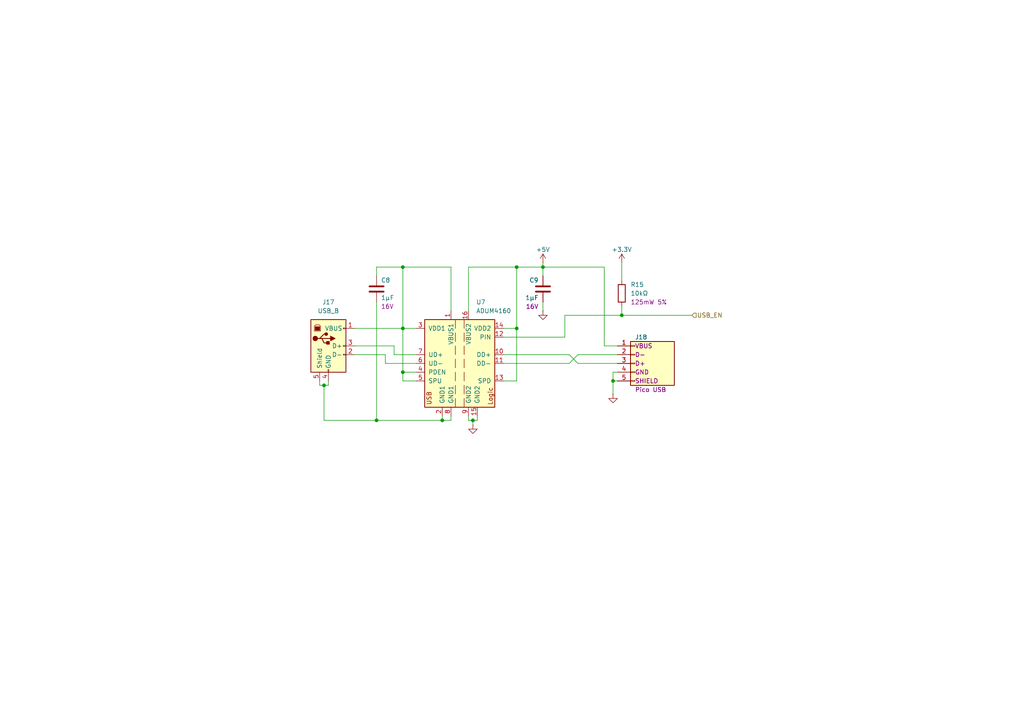
<source format=kicad_sch>
(kicad_sch (version 20231120) (generator "eeschema") (generator_version "8.0")
  (paper "A4")
  (lib_symbols
    (symbol "Connector:USB_B" (pin_names (offset 1.016))
      (property "Reference" "J" (at -5.08 11.43 0))
      (property "Value" "USB_B" (at -5.08 8.89 0))
      (symbol "USB_B_0_1"
        (rectangle (start -5.08 -7.62) (end 5.08 7.62) (stroke (width 0.254)) (fill (type background)))
        (circle (center -3.81 2.159) (radius 0.635) (stroke (width 0.254)) (fill (type outline)))
        (rectangle (start -3.81 5.588) (end -2.54 4.572) (fill (type outline)))
        (circle (center -0.635 3.429) (radius 0.381) (stroke (width 0.254)) (fill (type outline)))
        (rectangle (start -0.127 -7.62) (end 0.127 -6.858))
        (polyline (pts (xy -1.905 2.159) (xy 0.635 2.159)) (stroke (width 0.254)))
        (polyline (pts (xy -3.175 2.159) (xy -2.54 2.159) (xy -1.27 3.429) (xy -0.635 3.429)) (stroke (width 0.254)))
        (polyline (pts (xy -2.54 2.159) (xy -1.905 2.159) (xy -1.27 0.889) (xy 0 0.889)) (stroke (width 0.254)))
        (polyline (pts (xy 0.635 2.794) (xy 0.635 1.524) (xy 1.905 2.159) (xy 0.635 2.794)) (stroke (width 0.254)) (fill (type outline)))
        (polyline (pts (xy -4.064 4.318) (xy -2.286 4.318) (xy -2.286 5.715) (xy -2.667 6.096) (xy -3.683 6.096) (xy -4.064 5.715) (xy -4.064 4.318)))
        (rectangle (start 0.254 1.27) (end -0.508 0.508) (stroke (width 0.254)) (fill (type outline)))
        (rectangle (start 5.08 -2.667) (end 4.318 -2.413))
        (rectangle (start 5.08 -0.127) (end 4.318 0.127))
        (rectangle (start 5.08 4.953) (end 4.318 5.207))
      )
      (symbol "USB_B_1_1"
        (pin power_out line (at 7.62 5.08 180) (length 2.54) (name "VBUS") (number "1"))
        (pin bidirectional line (at 7.62 -2.54 180) (length 2.54) (name "D-") (number "2"))
        (pin bidirectional line (at 7.62 0 180) (length 2.54) (name "D+") (number "3"))
        (pin power_out line (at 0 -10.16 90) (length 2.54) (name "GND") (number "4"))
        (pin passive line (at -2.54 -10.16 90) (length 2.54) (name "Shield") (number "5"))
      )
    )
    (symbol "Device:C" (pin_numbers hide) (pin_names (offset 0.254))
      (property "Reference" "C" (at 0.635 2.54 0))
      (property "Value" "C" (at 0.635 -2.54 0))
      (symbol "C_0_1"
        (polyline (pts (xy -2.032 -0.762) (xy 2.032 -0.762)) (stroke (width 0.508)))
        (polyline (pts (xy -2.032 0.762) (xy 2.032 0.762)) (stroke (width 0.508)))
      )
      (symbol "C_1_1"
        (pin passive line (at 0 3.81 270) (length 2.794) (name "~") (number "1"))
        (pin passive line (at 0 -3.81 90) (length 2.794) (name "~") (number "2"))
      )
    )
    (symbol "Device:R" (pin_numbers hide) (pin_names (offset 0))
      (property "Reference" "R" (at 2.032 0 90))
      (property "Value" "R" (at 0 0 90))
      (symbol "R_0_1"
        (rectangle (start -1.016 -2.54) (end 1.016 2.54) (stroke (width 0.254)))
      )
      (symbol "R_1_1"
        (pin passive line (at 0 3.81 270) (length 1.27) (name "~") (number "1"))
        (pin passive line (at 0 -3.81 90) (length 1.27) (name "~") (number "2"))
      )
    )
    (symbol "Interface_USB:ADUM4160" (pin_names (offset 1.016))
      (property "Reference" "U" (at -10.16 13.97 0))
      (property "Value" "ADUM4160" (at 3.81 13.97 0))
      (symbol "ADUM4160_0_0"
        (text "Logic" (at 8.89 -12.065 900) (effects (font (size 1.27 1.27)) (justify left)))
      )
      (symbol "ADUM4160_0_1"
        (rectangle (start -10.16 12.7) (end 10.16 -12.7) (stroke (width 0.254)) (fill (type background)))
        (polyline (pts (xy -1.27 -10.16) (xy -1.27 -12.7)))
        (polyline (pts (xy -1.27 -6.35) (xy -1.27 -8.89)))
        (polyline (pts (xy -1.27 -2.54) (xy -1.27 -5.08)))
        (polyline (pts (xy -1.27 1.27) (xy -1.27 -1.27)))
        (polyline (pts (xy -1.27 5.08) (xy -1.27 2.54)))
        (polyline (pts (xy -1.27 8.89) (xy -1.27 6.35)))
        (polyline (pts (xy -1.27 12.7) (xy -1.27 10.16)))
        (polyline (pts (xy 1.27 -10.16) (xy 1.27 -12.7)))
        (polyline (pts (xy 1.27 -6.35) (xy 1.27 -8.89)))
        (polyline (pts (xy 1.27 -2.54) (xy 1.27 -5.08)))
        (polyline (pts (xy 1.27 1.27) (xy 1.27 -1.27)))
        (polyline (pts (xy 1.27 5.08) (xy 1.27 2.54)))
        (polyline (pts (xy 1.27 8.89) (xy 1.27 6.35)))
        (polyline (pts (xy 1.27 12.7) (xy 1.27 10.16)))
      )
      (symbol "ADUM4160_1_0"
        (text "USB" (at -8.89 -12.065 900) (effects (font (size 1.27 1.27)) (justify left)))
      )
      (symbol "ADUM4160_1_1"
        (pin power_in line (at -2.54 15.24 270) (length 2.54) (name "VBUS1") (number "1"))
        (pin bidirectional line (at 12.7 2.54 180) (length 2.54) (name "DD+") (number "10"))
        (pin bidirectional line (at 12.7 0 180) (length 2.54) (name "DD-") (number "11"))
        (pin input line (at 12.7 7.62 180) (length 2.54) (name "PIN") (number "12"))
        (pin input line (at 12.7 -5.08 180) (length 2.54) (name "SPD") (number "13"))
        (pin power_in line (at 12.7 10.16 180) (length 2.54) (name "VDD2") (number "14"))
        (pin power_in line (at 5.08 -15.24 90) (length 2.54) (name "GND2") (number "15"))
        (pin power_in line (at 2.54 15.24 270) (length 2.54) (name "VBUS2") (number "16"))
        (pin power_in line (at -5.08 -15.24 90) (length 2.54) (name "GND1") (number "2"))
        (pin power_in line (at -12.7 10.16 0) (length 2.54) (name "VDD1") (number "3"))
        (pin input line (at -12.7 -2.54 0) (length 2.54) (name "PDEN") (number "4"))
        (pin input line (at -12.7 -5.08 0) (length 2.54) (name "SPU") (number "5"))
        (pin bidirectional line (at -12.7 0 0) (length 2.54) (name "UD-") (number "6"))
        (pin bidirectional line (at -12.7 2.54 0) (length 2.54) (name "UD+") (number "7"))
        (pin power_in line (at -2.54 -15.24 90) (length 2.54) (name "GND1") (number "8"))
        (pin power_in line (at 2.54 -15.24 90) (length 2.54) (name "GND2") (number "9"))
      )
    )
    (symbol "conn:Conn_01x05" (pin_names (offset 1.016) hide)
      (property "Reference" "J" (at 0 5.08 0))
      (property "Purpose Pin1" "PIN 1" (at 0 2.54 0))
      (property "Purpose Pin2" "PIN 2" (at 0 -2.54 0))
      (property "Purpose Pin3" "PIN 3" (at 0 0 0))
      (property "Purpose Pin4" "PIN 4" (at 0 -5.08 0))
      (property "Purpose Pin5" "PIN 5" (at 0 -7.62 0))
      (property "Purpose" "Header" (at 7.62 5.08 0))
      (symbol "Conn_01x05_1_1"
        (rectangle (start -1.27 -7.493) (end 0 -7.747) (stroke (width 0.1524)))
        (rectangle (start -1.27 -4.953) (end 0 -5.207) (stroke (width 0.1524)))
        (rectangle (start -1.27 -2.413) (end 0 -2.667) (stroke (width 0.1524)))
        (rectangle (start -1.27 0.127) (end 0 -0.127) (stroke (width 0.1524)))
        (rectangle (start -1.27 2.667) (end 0 2.413) (stroke (width 0.1524)))
        (rectangle (start -1.27 3.81) (end 11.43 -8.89) (stroke (width 0.254)) (fill (type background)))
        (pin passive line (at -5.08 2.54 0) (length 3.81) (name "Pin_1") (number "1"))
        (pin passive line (at -5.08 0 0) (length 3.81) (name "Pin_2") (number "2"))
        (pin passive line (at -5.08 -2.54 0) (length 3.81) (name "Pin_3") (number "3"))
        (pin passive line (at -5.08 -5.08 0) (length 3.81) (name "Pin_4") (number "4"))
        (pin passive line (at -5.08 -7.62 0) (length 3.81) (name "Pin_5") (number "5"))
      )
    )
    (symbol "power:+3.3V" (power) (pin_numbers hide) (pin_names (offset 0) hide)
      (property "Value" "+3.3V" (at 0 3.556 0))
      (symbol "+3.3V_0_1"
        (polyline (pts (xy -0.762 1.27) (xy 0 2.54)))
        (polyline (pts (xy 0 0) (xy 0 2.54)))
        (polyline (pts (xy 0 2.54) (xy 0.762 1.27)))
      )
      (symbol "+3.3V_1_1"
        (pin power_in line (at 0 0 90) (length 0) (name "~") (number "1"))
      )
    )
    (symbol "power:+5V" (power) (pin_numbers hide) (pin_names (offset 0) hide)
      (property "Value" "+5V" (at 0 3.556 0))
      (symbol "+5V_0_1"
        (polyline (pts (xy -0.762 1.27) (xy 0 2.54)))
        (polyline (pts (xy 0 0) (xy 0 2.54)))
        (polyline (pts (xy 0 2.54) (xy 0.762 1.27)))
      )
      (symbol "+5V_1_1"
        (pin power_in line (at 0 0 90) (length 0) (name "~") (number "1"))
      )
    )
    (symbol "power:GND" (power) (pin_numbers hide) (pin_names (offset 0) hide)
      (property "Value" "GND" (at 0 -3.81 0))
      (symbol "GND_0_1"
        (polyline (pts (xy 0 0) (xy 0 -1.27) (xy 1.27 -1.27) (xy 0 -2.54) (xy -1.27 -1.27) (xy 0 -1.27)))
      )
      (symbol "GND_1_1"
        (pin power_in line (at 0 0 270) (length 0) (name "~") (number "1"))
      )
    )
  )
  (junction (at 149.86 95.25))
  (junction (at 128.27 121.92))
  (junction (at 109.22 121.92))
  (junction (at 116.84 95.25))
  (junction (at 116.84 77.47))
  (junction (at 157.48 77.47))
  (junction (at 116.84 107.95))
  (junction (at 93.98 111.76))
  (junction (at 137.16 121.92))
  (junction (at 149.86 77.47))
  (junction (at 177.8 110.49))
  (junction (at 180.34 91.44))
  (wire (pts (xy 177.8 107.95) (xy 179.07 107.95)))
  (wire (pts (xy 92.71 111.76) (xy 92.71 110.49)))
  (wire (pts (xy 165.1 105.41) (xy 167.64 102.87)))
  (wire (pts (xy 93.98 111.76) (xy 92.71 111.76)))
  (wire (pts (xy 93.98 111.76) (xy 93.98 121.92)))
  (wire (pts (xy 157.48 76.2) (xy 157.48 77.47)))
  (wire (pts (xy 109.22 121.92) (xy 128.27 121.92)))
  (wire (pts (xy 149.86 95.25) (xy 149.86 77.47)))
  (wire (pts (xy 146.05 105.41) (xy 165.1 105.41)))
  (wire (pts (xy 157.48 87.63) (xy 157.48 90.17)))
  (wire (pts (xy 138.43 120.65) (xy 138.43 121.92)))
  (wire (pts (xy 175.26 100.33) (xy 175.26 77.47)))
  (wire (pts (xy 163.83 91.44) (xy 180.34 91.44)))
  (wire (pts (xy 102.87 95.25) (xy 116.84 95.25)))
  (wire (pts (xy 130.81 90.17) (xy 130.81 77.47)))
  (wire (pts (xy 167.64 105.41) (xy 165.1 102.87)))
  (wire (pts (xy 177.8 110.49) (xy 177.8 107.95)))
  (wire (pts (xy 128.27 121.92) (xy 128.27 120.65)))
  (wire (pts (xy 111.76 105.41) (xy 111.76 102.87)))
  (wire (pts (xy 109.22 77.47) (xy 109.22 80.01)))
  (wire (pts (xy 157.48 77.47) (xy 149.86 77.47)))
  (wire (pts (xy 95.25 111.76) (xy 93.98 111.76)))
  (wire (pts (xy 163.83 91.44) (xy 163.83 97.79)))
  (wire (pts (xy 130.81 77.47) (xy 116.84 77.47)))
  (wire (pts (xy 120.65 105.41) (xy 111.76 105.41)))
  (wire (pts (xy 163.83 97.79) (xy 146.05 97.79)))
  (wire (pts (xy 135.89 121.92) (xy 135.89 120.65)))
  (wire (pts (xy 116.84 95.25) (xy 120.65 95.25)))
  (wire (pts (xy 128.27 121.92) (xy 130.81 121.92)))
  (wire (pts (xy 137.16 123.19) (xy 137.16 121.92)))
  (wire (pts (xy 102.87 100.33) (xy 114.3 100.33)))
  (wire (pts (xy 114.3 102.87) (xy 120.65 102.87)))
  (wire (pts (xy 137.16 121.92) (xy 135.89 121.92)))
  (wire (pts (xy 120.65 107.95) (xy 116.84 107.95)))
  (wire (pts (xy 130.81 120.65) (xy 130.81 121.92)))
  (wire (pts (xy 180.34 76.2) (xy 180.34 81.28)))
  (wire (pts (xy 120.65 110.49) (xy 116.84 110.49)))
  (wire (pts (xy 149.86 77.47) (xy 135.89 77.47)))
  (wire (pts (xy 111.76 102.87) (xy 102.87 102.87)))
  (wire (pts (xy 177.8 110.49) (xy 179.07 110.49)))
  (wire (pts (xy 167.64 102.87) (xy 179.07 102.87)))
  (wire (pts (xy 157.48 77.47) (xy 157.48 80.01)))
  (wire (pts (xy 116.84 107.95) (xy 116.84 95.25)))
  (wire (pts (xy 146.05 102.87) (xy 165.1 102.87)))
  (wire (pts (xy 114.3 100.33) (xy 114.3 102.87)))
  (wire (pts (xy 149.86 110.49) (xy 149.86 95.25)))
  (wire (pts (xy 138.43 121.92) (xy 137.16 121.92)))
  (wire (pts (xy 180.34 91.44) (xy 200.66 91.44)))
  (wire (pts (xy 179.07 100.33) (xy 175.26 100.33)))
  (wire (pts (xy 149.86 95.25) (xy 146.05 95.25)))
  (wire (pts (xy 116.84 77.47) (xy 116.84 95.25)))
  (wire (pts (xy 180.34 88.9) (xy 180.34 91.44)))
  (wire (pts (xy 146.05 110.49) (xy 149.86 110.49)))
  (wire (pts (xy 116.84 110.49) (xy 116.84 107.95)))
  (wire (pts (xy 109.22 87.63) (xy 109.22 121.92)))
  (wire (pts (xy 179.07 105.41) (xy 167.64 105.41)))
  (wire (pts (xy 177.8 114.3) (xy 177.8 110.49)))
  (wire (pts (xy 109.22 77.47) (xy 116.84 77.47)))
  (wire (pts (xy 157.48 77.47) (xy 175.26 77.47)))
  (wire (pts (xy 95.25 110.49) (xy 95.25 111.76)))
  (wire (pts (xy 135.89 77.47) (xy 135.89 90.17)))
  (wire (pts (xy 93.98 121.92) (xy 109.22 121.92)))
  (hierarchical_label "USB_EN" (shape input) (at 200.66 91.44 0))
  (symbol (lib_id "Device:R") (at 180.34 85.09 180) (unit 1)
    (property "Reference" "R15" (at 182.88 82.55 0) (effects (justify right)))
    (property "Value" "10kΩ" (at 182.88 85.09 0) (effects (justify right)))
    (property "Footprint" "Resistor_SMD:R_0805_2012Metric" (effects (hide yes)))
    (property "Info" "125mW 5%" (at 182.88 87.63 0) (effects (justify right)))
    (property "Shop" "https://store.comet.bg/Catalogue/Product/29102/" (effects (hide yes)))
    (property "Part" "R 10kΩ 125mW 1% 0805" (effects (hide yes)))
  )
  (symbol (lib_id "Interface_USB:ADUM4160") (at 133.35 105.41 0) (unit 1)
    (property "Reference" "U7" (at 138.0841 87.63 0) (effects (justify left)))
    (property "Value" "ADUM4160" (at 138.0841 90.17 0) (effects (justify left)))
    (property "Footprint" "Package_SO:SOIC-16W_7.5x10.3mm_P1.27mm" (effects (hide yes)))
    (property "Datasheet" "https://www.analog.com/media/en/technical-documentation/data-sheets/ADuM4160.pdf" (effects (hide yes)))
    (property "Description" "Full/Low Speed, iCoupler USB Digital Isolator, 5kV protection, SOIC-16" (effects (hide yes)))
    (property "Part" "ADUM4160BRWZ" (effects (hide yes)))
    (property "Shop" "https://www.tme.eu/bg/details/0105-05/sediniteli-din/lumberg/0105-05/" (effects (hide yes)))
  )
  (symbol (lib_id "power:GND") (at 177.8 114.3 0) (unit 1)
    (property "Reference" "#PWR080" (effects (hide yes)))
    (property "Value" "GND" (effects (hide yes)))
  )
  (symbol (lib_id "power:GND") (at 137.16 123.19 0) (unit 1)
    (property "Reference" "#PWR077" (effects (hide yes)))
    (property "Value" "GND" (effects (hide yes)))
  )
  (symbol (lib_id "conn:Conn_01x05") (at 184.15 102.87 0) (unit 1)
    (property "Reference" "J18" (at 184.15 97.79 0) (effects (justify left)))
    (property "Value" "Header_01x05" (effects (hide yes)))
    (property "Footprint" "conn:PinHeader_1x05_P2.54mm_Vertical" (effects (hide yes)))
    (property "Description" "Generic connector, single row, 01x05, script generated (kicad-library-utils/schlib/autogen/connector/)" (effects (hide yes)))
    (property "Purpose Pin1" "VBUS" (at 184.15 100.33 0) (effects (justify left)))
    (property "Purpose Pin2" "D+" (at 184.15 105.41 0) (effects (justify left)))
    (property "Purpose Pin3" "D-" (at 184.15 102.87 0) (effects (justify left)))
    (property "Purpose Pin4" "GND" (at 184.15 107.95 0) (effects (justify left)))
    (property "Purpose Pin5" "SHIELD" (at 184.15 110.49 0) (effects (justify left)))
    (property "Purpose" "Pico USB" (at 184.15 113.03 0) (effects (justify left)))
    (property "Part" "Header_01x05" (effects (hide yes)))
  )
  (symbol (lib_id "power:GND") (at 157.48 90.17 0) (mirror y) (unit 1)
    (property "Reference" "#PWR079" (effects (hide yes)))
    (property "Value" "GND" (effects (hide yes)))
  )
  (symbol (lib_id "Device:C") (at 109.22 83.82 0) (unit 1)
    (property "Reference" "C8" (at 110.49 81.28 0) (effects (justify left)))
    (property "Value" "1μF" (at 110.49 86.36 0) (effects (justify left)))
    (property "Footprint" "Capacitor_SMD:C_0805_2012Metric" (effects (hide yes)))
    (property "Shop" "https://store.comet.bg/Catalogue/Product/6645/" (effects (hide yes)))
    (property "Info" "16V" (at 110.49 88.9 0) (effects (justify left)))
    (property "Part" "C 1μF 16V 0805" (effects (hide yes)))
  )
  (symbol (lib_id "Device:C") (at 157.48 83.82 0) (mirror y) (unit 1)
    (property "Reference" "C9" (at 156.21 81.28 0) (effects (justify left)))
    (property "Value" "1μF" (at 156.21 86.36 0) (effects (justify left)))
    (property "Footprint" "Capacitor_SMD:C_0805_2012Metric" (effects (hide yes)))
    (property "Shop" "https://store.comet.bg/Catalogue/Product/6645/" (effects (hide yes)))
    (property "Info" "16V" (at 156.21 88.9 0) (effects (justify left)))
    (property "Part" "C 1μF 16V 0805" (effects (hide yes)))
  )
  (symbol (lib_id "power:+5V") (at 157.48 76.2 0) (unit 1)
    (property "Reference" "#PWR078" (effects (hide yes)))
    (property "Value" "+5V" (at 157.48 72.39 0))
    (property "Description" "Power symbol creates a global label with name \"+5V\"" (effects (hide yes)))
  )
  (symbol (lib_id "Connector:USB_B") (at 95.25 100.33 0) (unit 1)
    (property "Reference" "J17" (at 95.25 87.63 0))
    (property "Value" "USB_B" (at 95.25 90.17 0))
    (property "Footprint" "Connector_USB:USB_B_Lumberg_2411_02_Horizontal" (effects (hide yes)))
    (property "Datasheet" " ~" (effects (hide yes)))
    (property "Part" " 61729-0010BLF" (effects (hide yes)))
    (property "Shop" "https://eu.mouser.com/ProductDetail/Amphenol-FCI/61729-0010BLF?qs=Lu3apKW7jUhgLQlMxtWsEQ%3D%3D&srsltid=AfmBOorrH0MgsbgcyeN7ztilPldEswrwFlyliCPm0xqqDZg8I1La9oED" (effects (hide yes)))
  )
  (symbol (lib_id "power:+3.3V") (at 180.34 76.2 0) (unit 1)
    (property "Reference" "#PWR0107" (effects (hide yes)))
    (property "Value" "+3.3V" (at 180.34 72.39 0))
    (property "Description" "Power symbol creates a global label with name \"+3.3V\"" (effects (hide yes)))
  )
)
</source>
